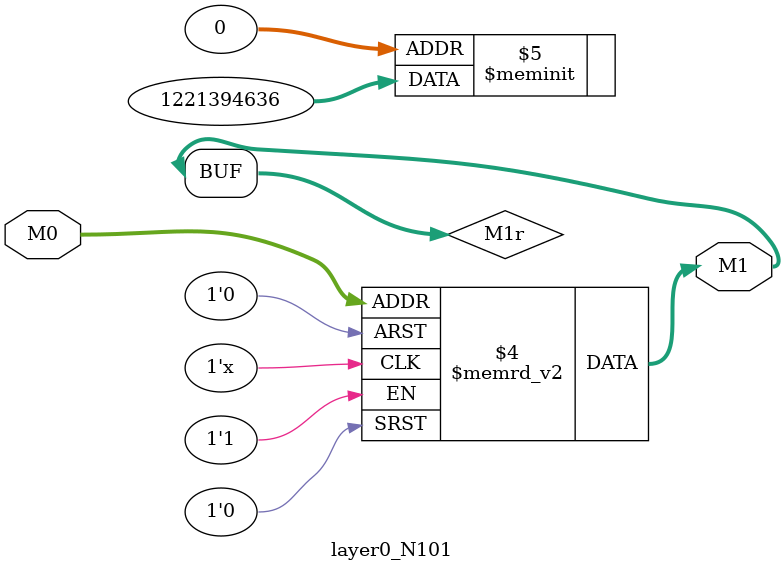
<source format=v>
module layer0_N101 ( input [3:0] M0, output [1:0] M1 );

	(*rom_style = "distributed" *) reg [1:0] M1r;
	assign M1 = M1r;
	always @ (M0) begin
		case (M0)
			4'b0000: M1r = 2'b00;
			4'b1000: M1r = 2'b01;
			4'b0100: M1r = 2'b00;
			4'b1100: M1r = 2'b00;
			4'b0010: M1r = 2'b00;
			4'b1010: M1r = 2'b00;
			4'b0110: M1r = 2'b00;
			4'b1110: M1r = 2'b00;
			4'b0001: M1r = 2'b11;
			4'b1001: M1r = 2'b11;
			4'b0101: M1r = 2'b00;
			4'b1101: M1r = 2'b10;
			4'b0011: M1r = 2'b11;
			4'b1011: M1r = 2'b11;
			4'b0111: M1r = 2'b00;
			4'b1111: M1r = 2'b01;

		endcase
	end
endmodule

</source>
